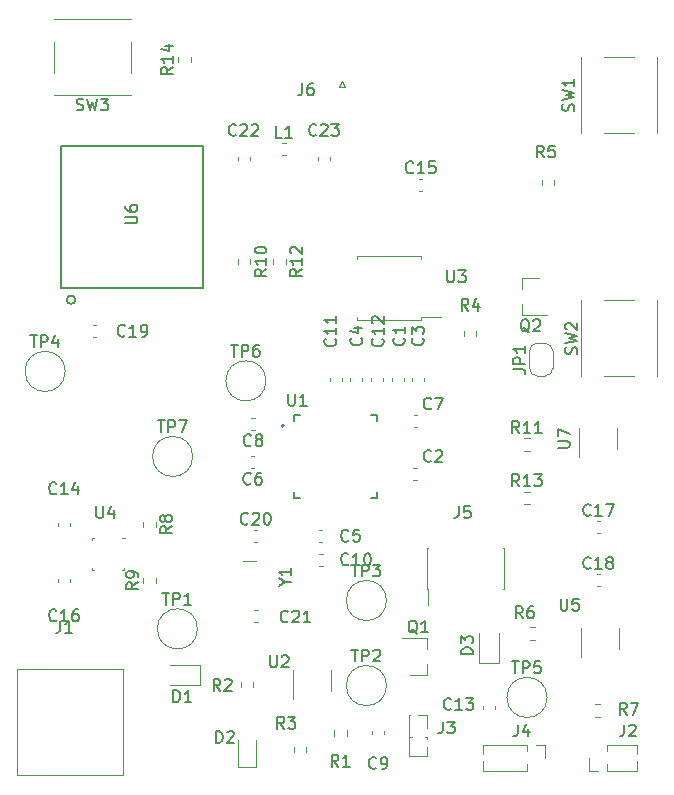
<source format=gto>
%TF.GenerationSoftware,KiCad,Pcbnew,5.1.10-88a1d61d58~90~ubuntu20.04.1*%
%TF.CreationDate,2022-02-10T11:47:54-08:00*%
%TF.ProjectId,RP2040_WEDS,52503230-3430-45f5-9745-44532e6b6963,rev?*%
%TF.SameCoordinates,Original*%
%TF.FileFunction,Legend,Top*%
%TF.FilePolarity,Positive*%
%FSLAX46Y46*%
G04 Gerber Fmt 4.6, Leading zero omitted, Abs format (unit mm)*
G04 Created by KiCad (PCBNEW 5.1.10-88a1d61d58~90~ubuntu20.04.1) date 2022-02-10 11:47:54*
%MOMM*%
%LPD*%
G01*
G04 APERTURE LIST*
%ADD10C,0.120000*%
%ADD11C,0.100000*%
%ADD12C,0.127000*%
%ADD13C,0.200000*%
%ADD14C,0.150000*%
G04 APERTURE END LIST*
D10*
%TO.C,TP1*%
X165300000Y-91600000D02*
G75*
G03*
X165300000Y-91600000I-1700000J0D01*
G01*
%TO.C,TP7*%
X164900000Y-77000000D02*
G75*
G03*
X164900000Y-77000000I-1700000J0D01*
G01*
%TO.C,TP6*%
X171100000Y-70600000D02*
G75*
G03*
X171100000Y-70600000I-1700000J0D01*
G01*
%TO.C,TP5*%
X194900000Y-97400000D02*
G75*
G03*
X194900000Y-97400000I-1700000J0D01*
G01*
%TO.C,TP4*%
X154100000Y-69800000D02*
G75*
G03*
X154100000Y-69800000I-1700000J0D01*
G01*
%TO.C,TP3*%
X181300000Y-89200000D02*
G75*
G03*
X181300000Y-89200000I-1700000J0D01*
G01*
%TO.C,R1*%
X177922500Y-100162742D02*
X177922500Y-100637258D01*
X176877500Y-100162742D02*
X176877500Y-100637258D01*
%TO.C,TP2*%
X181300000Y-96400000D02*
G75*
G03*
X181300000Y-96400000I-1700000J0D01*
G01*
%TO.C,C1*%
X182760000Y-70640580D02*
X182760000Y-70359420D01*
X181740000Y-70640580D02*
X181740000Y-70359420D01*
D11*
%TO.C,U4*%
X158950000Y-83900000D02*
X159200000Y-83900000D01*
X159100000Y-86600000D02*
X158950000Y-86600000D01*
X159100000Y-86450000D02*
X159100000Y-86600000D01*
X156400000Y-86600000D02*
X156400000Y-86450000D01*
X156400000Y-86600000D02*
X156550000Y-86600000D01*
X156400000Y-83900000D02*
X156550000Y-83900000D01*
X156390000Y-83900000D02*
X156390000Y-84050000D01*
D12*
%TO.C,U1*%
X173500000Y-73500000D02*
X173500000Y-73980000D01*
X173500000Y-80500000D02*
X173500000Y-80020000D01*
X180500000Y-73500000D02*
X180500000Y-73980000D01*
X180500000Y-80500000D02*
X180500000Y-80020000D01*
X173500000Y-73500000D02*
X173980000Y-73500000D01*
X173500000Y-80500000D02*
X173980000Y-80500000D01*
X180500000Y-73500000D02*
X180020000Y-73500000D01*
X180500000Y-80500000D02*
X180020000Y-80500000D01*
D13*
X172625000Y-74400000D02*
G75*
G03*
X172625000Y-74400000I-100000J0D01*
G01*
D10*
%TO.C,U3*%
X184225000Y-65215000D02*
X185900000Y-65215000D01*
X184225000Y-65475000D02*
X184225000Y-65215000D01*
X181500000Y-65475000D02*
X184225000Y-65475000D01*
X178775000Y-65475000D02*
X178775000Y-65215000D01*
X181500000Y-65475000D02*
X178775000Y-65475000D01*
X184225000Y-60025000D02*
X184225000Y-60285000D01*
X181500000Y-60025000D02*
X184225000Y-60025000D01*
X178775000Y-60025000D02*
X178775000Y-60285000D01*
X181500000Y-60025000D02*
X178775000Y-60025000D01*
%TO.C,C5*%
X175865580Y-83240000D02*
X175584420Y-83240000D01*
X175865580Y-84260000D02*
X175584420Y-84260000D01*
%TO.C,C8*%
X170140580Y-73740000D02*
X169859420Y-73740000D01*
X170140580Y-74760000D02*
X169859420Y-74760000D01*
%TO.C,C20*%
X170084420Y-84260000D02*
X170365580Y-84260000D01*
X170084420Y-83240000D02*
X170365580Y-83240000D01*
%TO.C,Y1*%
X170275000Y-85825000D02*
X169135000Y-85825000D01*
%TO.C,Q2*%
X192740000Y-61870000D02*
X194200000Y-61870000D01*
X192740000Y-65030000D02*
X194900000Y-65030000D01*
X192740000Y-65030000D02*
X192740000Y-64100000D01*
X192740000Y-61870000D02*
X192740000Y-62800000D01*
%TO.C,JP1*%
X193400000Y-69500000D02*
X193400000Y-68100000D01*
X194100000Y-67400000D02*
X194700000Y-67400000D01*
X195400000Y-68100000D02*
X195400000Y-69500000D01*
X194700000Y-70200000D02*
X194100000Y-70200000D01*
X194100000Y-70200000D02*
G75*
G02*
X193400000Y-69500000I0J700000D01*
G01*
X195400000Y-69500000D02*
G75*
G02*
X194700000Y-70200000I-700000J0D01*
G01*
X194700000Y-67400000D02*
G75*
G02*
X195400000Y-68100000I0J-700000D01*
G01*
X193400000Y-68100000D02*
G75*
G02*
X194100000Y-67400000I700000J0D01*
G01*
%TO.C,C9*%
X180090000Y-100259420D02*
X180090000Y-100540580D01*
X181110000Y-100259420D02*
X181110000Y-100540580D01*
%TO.C,J6*%
X177500000Y-45210000D02*
X177250000Y-45710000D01*
X177250000Y-45710000D02*
X177750000Y-45710000D01*
X177750000Y-45710000D02*
X177500000Y-45210000D01*
%TO.C,U7*%
X197640000Y-74600000D02*
X197640000Y-77050000D01*
X200860000Y-76400000D02*
X200860000Y-74600000D01*
D14*
%TO.C,U6*%
X154952353Y-63730000D02*
G75*
G03*
X154952353Y-63730000I-362353J0D01*
G01*
X165750000Y-62750000D02*
X153750000Y-62750000D01*
X165750000Y-50750000D02*
X165750000Y-62750000D01*
X153750000Y-50750000D02*
X165750000Y-50750000D01*
X153750000Y-62750000D02*
X153750000Y-50750000D01*
D10*
%TO.C,U5*%
X197740000Y-91500000D02*
X197740000Y-93950000D01*
X200960000Y-93300000D02*
X200960000Y-91500000D01*
%TO.C,U2*%
X173390000Y-95100000D02*
X173390000Y-97550000D01*
X176610000Y-96900000D02*
X176610000Y-95100000D01*
%TO.C,SW3*%
X159630000Y-39970000D02*
X153170000Y-39970000D01*
X159630000Y-44500000D02*
X159630000Y-41900000D01*
X159630000Y-46430000D02*
X153170000Y-46430000D01*
X153170000Y-44500000D02*
X153170000Y-41900000D01*
X159630000Y-46400000D02*
X159630000Y-46430000D01*
X159630000Y-39970000D02*
X159630000Y-40000000D01*
X153170000Y-39970000D02*
X153170000Y-40000000D01*
X153170000Y-46430000D02*
X153170000Y-46400000D01*
%TO.C,SW2*%
X197770000Y-63770000D02*
X197770000Y-70230000D01*
X202300000Y-63770000D02*
X199700000Y-63770000D01*
X204230000Y-63770000D02*
X204230000Y-70230000D01*
X202300000Y-70230000D02*
X199700000Y-70230000D01*
X204200000Y-63770000D02*
X204230000Y-63770000D01*
X197770000Y-63770000D02*
X197800000Y-63770000D01*
X197770000Y-70230000D02*
X197800000Y-70230000D01*
X204230000Y-70230000D02*
X204200000Y-70230000D01*
%TO.C,SW1*%
X197770000Y-43170000D02*
X197770000Y-49630000D01*
X202300000Y-43170000D02*
X199700000Y-43170000D01*
X204230000Y-43170000D02*
X204230000Y-49630000D01*
X202300000Y-49630000D02*
X199700000Y-49630000D01*
X204200000Y-43170000D02*
X204230000Y-43170000D01*
X197770000Y-43170000D02*
X197800000Y-43170000D01*
X197770000Y-49630000D02*
X197800000Y-49630000D01*
X204230000Y-49630000D02*
X204200000Y-49630000D01*
%TO.C,R14*%
X164722500Y-43637258D02*
X164722500Y-43162742D01*
X163677500Y-43637258D02*
X163677500Y-43162742D01*
%TO.C,R13*%
X192937742Y-81022500D02*
X193412258Y-81022500D01*
X192937742Y-79977500D02*
X193412258Y-79977500D01*
%TO.C,R12*%
X171727500Y-60262742D02*
X171727500Y-60737258D01*
X172772500Y-60262742D02*
X172772500Y-60737258D01*
%TO.C,R11*%
X192937742Y-76522500D02*
X193412258Y-76522500D01*
X192937742Y-75477500D02*
X193412258Y-75477500D01*
%TO.C,R10*%
X168727500Y-60262742D02*
X168727500Y-60737258D01*
X169772500Y-60262742D02*
X169772500Y-60737258D01*
%TO.C,R9*%
X161772500Y-87737258D02*
X161772500Y-87262742D01*
X160727500Y-87737258D02*
X160727500Y-87262742D01*
%TO.C,R8*%
X160727500Y-82512742D02*
X160727500Y-82987258D01*
X161772500Y-82512742D02*
X161772500Y-82987258D01*
%TO.C,R7*%
X199412258Y-97977500D02*
X198937742Y-97977500D01*
X199412258Y-99022500D02*
X198937742Y-99022500D01*
%TO.C,R6*%
X193437742Y-92522500D02*
X193912258Y-92522500D01*
X193437742Y-91477500D02*
X193912258Y-91477500D01*
%TO.C,R5*%
X195522500Y-54037258D02*
X195522500Y-53562742D01*
X194477500Y-54037258D02*
X194477500Y-53562742D01*
%TO.C,R4*%
X187877500Y-66362742D02*
X187877500Y-66837258D01*
X188922500Y-66362742D02*
X188922500Y-66837258D01*
%TO.C,R3*%
X174522500Y-102062258D02*
X174522500Y-101587742D01*
X173477500Y-102062258D02*
X173477500Y-101587742D01*
%TO.C,R2*%
X170022500Y-96562258D02*
X170022500Y-96087742D01*
X168977500Y-96562258D02*
X168977500Y-96087742D01*
%TO.C,Q1*%
X184760000Y-95530000D02*
X183300000Y-95530000D01*
X184760000Y-92370000D02*
X182600000Y-92370000D01*
X184760000Y-92370000D02*
X184760000Y-93300000D01*
X184760000Y-95530000D02*
X184760000Y-94600000D01*
%TO.C,L1*%
X172449721Y-51510000D02*
X172775279Y-51510000D01*
X172449721Y-50490000D02*
X172775279Y-50490000D01*
%TO.C,J5*%
X191170000Y-84735000D02*
X191235000Y-84735000D01*
X191170000Y-88265000D02*
X191235000Y-88265000D01*
X184765000Y-84735000D02*
X184830000Y-84735000D01*
X184765000Y-88265000D02*
X184830000Y-88265000D01*
X184830000Y-89590000D02*
X184830000Y-88265000D01*
X191235000Y-88265000D02*
X191235000Y-84735000D01*
X184765000Y-88265000D02*
X184765000Y-84735000D01*
%TO.C,J4*%
X194760000Y-101390000D02*
X194760000Y-102500000D01*
X194000000Y-101390000D02*
X194760000Y-101390000D01*
X193240000Y-103063471D02*
X193240000Y-103610000D01*
X193240000Y-101390000D02*
X193240000Y-101936529D01*
X193240000Y-103610000D02*
X189495000Y-103610000D01*
X193240000Y-101390000D02*
X189495000Y-101390000D01*
X189495000Y-102807530D02*
X189495000Y-103610000D01*
X189495000Y-101390000D02*
X189495000Y-102192470D01*
%TO.C,J3*%
X184760000Y-98870000D02*
X184760000Y-100000000D01*
X184000000Y-98870000D02*
X184760000Y-98870000D01*
X184695000Y-101577530D02*
X184695000Y-102400000D01*
X184695000Y-100760000D02*
X184695000Y-100962470D01*
X184563471Y-100760000D02*
X184695000Y-100760000D01*
X183293471Y-100760000D02*
X183436529Y-100760000D01*
X183240000Y-100563471D02*
X183240000Y-100706529D01*
X183240000Y-98870000D02*
X183240000Y-99436529D01*
X184695000Y-102400000D02*
X183305000Y-102400000D01*
X183240000Y-98870000D02*
X183305000Y-98870000D01*
X183240000Y-98870000D02*
X183240000Y-102400000D01*
%TO.C,J2*%
X198490000Y-103610000D02*
X198490000Y-102500000D01*
X199250000Y-103610000D02*
X198490000Y-103610000D01*
X200010000Y-101936529D02*
X200010000Y-101390000D01*
X200010000Y-103610000D02*
X200010000Y-103063471D01*
X200010000Y-101390000D02*
X202485000Y-101390000D01*
X200010000Y-103610000D02*
X202485000Y-103610000D01*
X202485000Y-102192470D02*
X202485000Y-101390000D01*
X202485000Y-103610000D02*
X202485000Y-102807530D01*
%TO.C,J1*%
X150000000Y-95000000D02*
X150000000Y-104000000D01*
X150000000Y-104000000D02*
X159000000Y-104000000D01*
X159000000Y-104000000D02*
X159000000Y-95000000D01*
X159000000Y-95000000D02*
X150000000Y-95000000D01*
%TO.C,D3*%
X189150000Y-94500000D02*
X189150000Y-91950000D01*
X190850000Y-94500000D02*
X190850000Y-91950000D01*
X189150000Y-94500000D02*
X190850000Y-94500000D01*
%TO.C,D2*%
X170235000Y-103272500D02*
X170235000Y-100987500D01*
X168765000Y-103272500D02*
X170235000Y-103272500D01*
X168765000Y-100987500D02*
X168765000Y-103272500D01*
%TO.C,D1*%
X165500000Y-96350000D02*
X162950000Y-96350000D01*
X165500000Y-94650000D02*
X162950000Y-94650000D01*
X165500000Y-96350000D02*
X165500000Y-94650000D01*
%TO.C,C23*%
X175490000Y-51609420D02*
X175490000Y-51890580D01*
X176510000Y-51609420D02*
X176510000Y-51890580D01*
%TO.C,C22*%
X168740000Y-51634420D02*
X168740000Y-51915580D01*
X169760000Y-51634420D02*
X169760000Y-51915580D01*
%TO.C,C21*%
X170109420Y-91010000D02*
X170390580Y-91010000D01*
X170109420Y-89990000D02*
X170390580Y-89990000D01*
%TO.C,C19*%
X156459420Y-66910000D02*
X156740580Y-66910000D01*
X156459420Y-65890000D02*
X156740580Y-65890000D01*
%TO.C,C18*%
X199084420Y-88010000D02*
X199365580Y-88010000D01*
X199084420Y-86990000D02*
X199365580Y-86990000D01*
%TO.C,C17*%
X199084420Y-83510000D02*
X199365580Y-83510000D01*
X199084420Y-82490000D02*
X199365580Y-82490000D01*
%TO.C,C16*%
X153490000Y-87359420D02*
X153490000Y-87640580D01*
X154510000Y-87359420D02*
X154510000Y-87640580D01*
%TO.C,C15*%
X184059420Y-54510000D02*
X184340580Y-54510000D01*
X184059420Y-53490000D02*
X184340580Y-53490000D01*
%TO.C,C14*%
X154510000Y-82890580D02*
X154510000Y-82609420D01*
X153490000Y-82890580D02*
X153490000Y-82609420D01*
%TO.C,C13*%
X189490000Y-98134420D02*
X189490000Y-98415580D01*
X190510000Y-98134420D02*
X190510000Y-98415580D01*
%TO.C,C12*%
X181010000Y-70640580D02*
X181010000Y-70359420D01*
X179990000Y-70640580D02*
X179990000Y-70359420D01*
%TO.C,C11*%
X177510000Y-70640580D02*
X177510000Y-70359420D01*
X176490000Y-70640580D02*
X176490000Y-70359420D01*
%TO.C,C10*%
X175890580Y-85240000D02*
X175609420Y-85240000D01*
X175890580Y-86260000D02*
X175609420Y-86260000D01*
%TO.C,C7*%
X183634420Y-74510000D02*
X183915580Y-74510000D01*
X183634420Y-73490000D02*
X183915580Y-73490000D01*
%TO.C,C6*%
X170115580Y-76990000D02*
X169834420Y-76990000D01*
X170115580Y-78010000D02*
X169834420Y-78010000D01*
%TO.C,C4*%
X179260000Y-70640580D02*
X179260000Y-70359420D01*
X178240000Y-70640580D02*
X178240000Y-70359420D01*
%TO.C,C3*%
X184510000Y-70640580D02*
X184510000Y-70359420D01*
X183490000Y-70640580D02*
X183490000Y-70359420D01*
%TO.C,C2*%
X183584420Y-79010000D02*
X183865580Y-79010000D01*
X183584420Y-77990000D02*
X183865580Y-77990000D01*
%TO.C,TP1*%
D14*
X162338095Y-88554380D02*
X162909523Y-88554380D01*
X162623809Y-89554380D02*
X162623809Y-88554380D01*
X163242857Y-89554380D02*
X163242857Y-88554380D01*
X163623809Y-88554380D01*
X163719047Y-88602000D01*
X163766666Y-88649619D01*
X163814285Y-88744857D01*
X163814285Y-88887714D01*
X163766666Y-88982952D01*
X163719047Y-89030571D01*
X163623809Y-89078190D01*
X163242857Y-89078190D01*
X164766666Y-89554380D02*
X164195238Y-89554380D01*
X164480952Y-89554380D02*
X164480952Y-88554380D01*
X164385714Y-88697238D01*
X164290476Y-88792476D01*
X164195238Y-88840095D01*
%TO.C,TP7*%
X161938095Y-73954380D02*
X162509523Y-73954380D01*
X162223809Y-74954380D02*
X162223809Y-73954380D01*
X162842857Y-74954380D02*
X162842857Y-73954380D01*
X163223809Y-73954380D01*
X163319047Y-74002000D01*
X163366666Y-74049619D01*
X163414285Y-74144857D01*
X163414285Y-74287714D01*
X163366666Y-74382952D01*
X163319047Y-74430571D01*
X163223809Y-74478190D01*
X162842857Y-74478190D01*
X163747619Y-73954380D02*
X164414285Y-73954380D01*
X163985714Y-74954380D01*
%TO.C,TP6*%
X168138095Y-67554380D02*
X168709523Y-67554380D01*
X168423809Y-68554380D02*
X168423809Y-67554380D01*
X169042857Y-68554380D02*
X169042857Y-67554380D01*
X169423809Y-67554380D01*
X169519047Y-67602000D01*
X169566666Y-67649619D01*
X169614285Y-67744857D01*
X169614285Y-67887714D01*
X169566666Y-67982952D01*
X169519047Y-68030571D01*
X169423809Y-68078190D01*
X169042857Y-68078190D01*
X170471428Y-67554380D02*
X170280952Y-67554380D01*
X170185714Y-67602000D01*
X170138095Y-67649619D01*
X170042857Y-67792476D01*
X169995238Y-67982952D01*
X169995238Y-68363904D01*
X170042857Y-68459142D01*
X170090476Y-68506761D01*
X170185714Y-68554380D01*
X170376190Y-68554380D01*
X170471428Y-68506761D01*
X170519047Y-68459142D01*
X170566666Y-68363904D01*
X170566666Y-68125809D01*
X170519047Y-68030571D01*
X170471428Y-67982952D01*
X170376190Y-67935333D01*
X170185714Y-67935333D01*
X170090476Y-67982952D01*
X170042857Y-68030571D01*
X169995238Y-68125809D01*
%TO.C,TP5*%
X191938095Y-94354380D02*
X192509523Y-94354380D01*
X192223809Y-95354380D02*
X192223809Y-94354380D01*
X192842857Y-95354380D02*
X192842857Y-94354380D01*
X193223809Y-94354380D01*
X193319047Y-94402000D01*
X193366666Y-94449619D01*
X193414285Y-94544857D01*
X193414285Y-94687714D01*
X193366666Y-94782952D01*
X193319047Y-94830571D01*
X193223809Y-94878190D01*
X192842857Y-94878190D01*
X194319047Y-94354380D02*
X193842857Y-94354380D01*
X193795238Y-94830571D01*
X193842857Y-94782952D01*
X193938095Y-94735333D01*
X194176190Y-94735333D01*
X194271428Y-94782952D01*
X194319047Y-94830571D01*
X194366666Y-94925809D01*
X194366666Y-95163904D01*
X194319047Y-95259142D01*
X194271428Y-95306761D01*
X194176190Y-95354380D01*
X193938095Y-95354380D01*
X193842857Y-95306761D01*
X193795238Y-95259142D01*
%TO.C,TP4*%
X151138095Y-66754380D02*
X151709523Y-66754380D01*
X151423809Y-67754380D02*
X151423809Y-66754380D01*
X152042857Y-67754380D02*
X152042857Y-66754380D01*
X152423809Y-66754380D01*
X152519047Y-66802000D01*
X152566666Y-66849619D01*
X152614285Y-66944857D01*
X152614285Y-67087714D01*
X152566666Y-67182952D01*
X152519047Y-67230571D01*
X152423809Y-67278190D01*
X152042857Y-67278190D01*
X153471428Y-67087714D02*
X153471428Y-67754380D01*
X153233333Y-66706761D02*
X152995238Y-67421047D01*
X153614285Y-67421047D01*
%TO.C,TP3*%
X178338095Y-86154380D02*
X178909523Y-86154380D01*
X178623809Y-87154380D02*
X178623809Y-86154380D01*
X179242857Y-87154380D02*
X179242857Y-86154380D01*
X179623809Y-86154380D01*
X179719047Y-86202000D01*
X179766666Y-86249619D01*
X179814285Y-86344857D01*
X179814285Y-86487714D01*
X179766666Y-86582952D01*
X179719047Y-86630571D01*
X179623809Y-86678190D01*
X179242857Y-86678190D01*
X180147619Y-86154380D02*
X180766666Y-86154380D01*
X180433333Y-86535333D01*
X180576190Y-86535333D01*
X180671428Y-86582952D01*
X180719047Y-86630571D01*
X180766666Y-86725809D01*
X180766666Y-86963904D01*
X180719047Y-87059142D01*
X180671428Y-87106761D01*
X180576190Y-87154380D01*
X180290476Y-87154380D01*
X180195238Y-87106761D01*
X180147619Y-87059142D01*
%TO.C,R1*%
X177233333Y-103252380D02*
X176900000Y-102776190D01*
X176661904Y-103252380D02*
X176661904Y-102252380D01*
X177042857Y-102252380D01*
X177138095Y-102300000D01*
X177185714Y-102347619D01*
X177233333Y-102442857D01*
X177233333Y-102585714D01*
X177185714Y-102680952D01*
X177138095Y-102728571D01*
X177042857Y-102776190D01*
X176661904Y-102776190D01*
X178185714Y-103252380D02*
X177614285Y-103252380D01*
X177900000Y-103252380D02*
X177900000Y-102252380D01*
X177804761Y-102395238D01*
X177709523Y-102490476D01*
X177614285Y-102538095D01*
%TO.C,TP2*%
X178338095Y-93354380D02*
X178909523Y-93354380D01*
X178623809Y-94354380D02*
X178623809Y-93354380D01*
X179242857Y-94354380D02*
X179242857Y-93354380D01*
X179623809Y-93354380D01*
X179719047Y-93402000D01*
X179766666Y-93449619D01*
X179814285Y-93544857D01*
X179814285Y-93687714D01*
X179766666Y-93782952D01*
X179719047Y-93830571D01*
X179623809Y-93878190D01*
X179242857Y-93878190D01*
X180195238Y-93449619D02*
X180242857Y-93402000D01*
X180338095Y-93354380D01*
X180576190Y-93354380D01*
X180671428Y-93402000D01*
X180719047Y-93449619D01*
X180766666Y-93544857D01*
X180766666Y-93640095D01*
X180719047Y-93782952D01*
X180147619Y-94354380D01*
X180766666Y-94354380D01*
%TO.C,C1*%
X182757142Y-66966666D02*
X182804761Y-67014285D01*
X182852380Y-67157142D01*
X182852380Y-67252380D01*
X182804761Y-67395238D01*
X182709523Y-67490476D01*
X182614285Y-67538095D01*
X182423809Y-67585714D01*
X182280952Y-67585714D01*
X182090476Y-67538095D01*
X181995238Y-67490476D01*
X181900000Y-67395238D01*
X181852380Y-67252380D01*
X181852380Y-67157142D01*
X181900000Y-67014285D01*
X181947619Y-66966666D01*
X182852380Y-66014285D02*
X182852380Y-66585714D01*
X182852380Y-66300000D02*
X181852380Y-66300000D01*
X181995238Y-66395238D01*
X182090476Y-66490476D01*
X182138095Y-66585714D01*
%TO.C,U4*%
X156738095Y-81202380D02*
X156738095Y-82011904D01*
X156785714Y-82107142D01*
X156833333Y-82154761D01*
X156928571Y-82202380D01*
X157119047Y-82202380D01*
X157214285Y-82154761D01*
X157261904Y-82107142D01*
X157309523Y-82011904D01*
X157309523Y-81202380D01*
X158214285Y-81535714D02*
X158214285Y-82202380D01*
X157976190Y-81154761D02*
X157738095Y-81869047D01*
X158357142Y-81869047D01*
%TO.C,U1*%
X172988095Y-71702380D02*
X172988095Y-72511904D01*
X173035714Y-72607142D01*
X173083333Y-72654761D01*
X173178571Y-72702380D01*
X173369047Y-72702380D01*
X173464285Y-72654761D01*
X173511904Y-72607142D01*
X173559523Y-72511904D01*
X173559523Y-71702380D01*
X174559523Y-72702380D02*
X173988095Y-72702380D01*
X174273809Y-72702380D02*
X174273809Y-71702380D01*
X174178571Y-71845238D01*
X174083333Y-71940476D01*
X173988095Y-71988095D01*
%TO.C,U3*%
X186438095Y-61252380D02*
X186438095Y-62061904D01*
X186485714Y-62157142D01*
X186533333Y-62204761D01*
X186628571Y-62252380D01*
X186819047Y-62252380D01*
X186914285Y-62204761D01*
X186961904Y-62157142D01*
X187009523Y-62061904D01*
X187009523Y-61252380D01*
X187390476Y-61252380D02*
X188009523Y-61252380D01*
X187676190Y-61633333D01*
X187819047Y-61633333D01*
X187914285Y-61680952D01*
X187961904Y-61728571D01*
X188009523Y-61823809D01*
X188009523Y-62061904D01*
X187961904Y-62157142D01*
X187914285Y-62204761D01*
X187819047Y-62252380D01*
X187533333Y-62252380D01*
X187438095Y-62204761D01*
X187390476Y-62157142D01*
%TO.C,C5*%
X178083333Y-84107142D02*
X178035714Y-84154761D01*
X177892857Y-84202380D01*
X177797619Y-84202380D01*
X177654761Y-84154761D01*
X177559523Y-84059523D01*
X177511904Y-83964285D01*
X177464285Y-83773809D01*
X177464285Y-83630952D01*
X177511904Y-83440476D01*
X177559523Y-83345238D01*
X177654761Y-83250000D01*
X177797619Y-83202380D01*
X177892857Y-83202380D01*
X178035714Y-83250000D01*
X178083333Y-83297619D01*
X178988095Y-83202380D02*
X178511904Y-83202380D01*
X178464285Y-83678571D01*
X178511904Y-83630952D01*
X178607142Y-83583333D01*
X178845238Y-83583333D01*
X178940476Y-83630952D01*
X178988095Y-83678571D01*
X179035714Y-83773809D01*
X179035714Y-84011904D01*
X178988095Y-84107142D01*
X178940476Y-84154761D01*
X178845238Y-84202380D01*
X178607142Y-84202380D01*
X178511904Y-84154761D01*
X178464285Y-84107142D01*
%TO.C,C8*%
X169833333Y-76037142D02*
X169785714Y-76084761D01*
X169642857Y-76132380D01*
X169547619Y-76132380D01*
X169404761Y-76084761D01*
X169309523Y-75989523D01*
X169261904Y-75894285D01*
X169214285Y-75703809D01*
X169214285Y-75560952D01*
X169261904Y-75370476D01*
X169309523Y-75275238D01*
X169404761Y-75180000D01*
X169547619Y-75132380D01*
X169642857Y-75132380D01*
X169785714Y-75180000D01*
X169833333Y-75227619D01*
X170404761Y-75560952D02*
X170309523Y-75513333D01*
X170261904Y-75465714D01*
X170214285Y-75370476D01*
X170214285Y-75322857D01*
X170261904Y-75227619D01*
X170309523Y-75180000D01*
X170404761Y-75132380D01*
X170595238Y-75132380D01*
X170690476Y-75180000D01*
X170738095Y-75227619D01*
X170785714Y-75322857D01*
X170785714Y-75370476D01*
X170738095Y-75465714D01*
X170690476Y-75513333D01*
X170595238Y-75560952D01*
X170404761Y-75560952D01*
X170309523Y-75608571D01*
X170261904Y-75656190D01*
X170214285Y-75751428D01*
X170214285Y-75941904D01*
X170261904Y-76037142D01*
X170309523Y-76084761D01*
X170404761Y-76132380D01*
X170595238Y-76132380D01*
X170690476Y-76084761D01*
X170738095Y-76037142D01*
X170785714Y-75941904D01*
X170785714Y-75751428D01*
X170738095Y-75656190D01*
X170690476Y-75608571D01*
X170595238Y-75560952D01*
%TO.C,C20*%
X169582142Y-82677142D02*
X169534523Y-82724761D01*
X169391666Y-82772380D01*
X169296428Y-82772380D01*
X169153571Y-82724761D01*
X169058333Y-82629523D01*
X169010714Y-82534285D01*
X168963095Y-82343809D01*
X168963095Y-82200952D01*
X169010714Y-82010476D01*
X169058333Y-81915238D01*
X169153571Y-81820000D01*
X169296428Y-81772380D01*
X169391666Y-81772380D01*
X169534523Y-81820000D01*
X169582142Y-81867619D01*
X169963095Y-81867619D02*
X170010714Y-81820000D01*
X170105952Y-81772380D01*
X170344047Y-81772380D01*
X170439285Y-81820000D01*
X170486904Y-81867619D01*
X170534523Y-81962857D01*
X170534523Y-82058095D01*
X170486904Y-82200952D01*
X169915476Y-82772380D01*
X170534523Y-82772380D01*
X171153571Y-81772380D02*
X171248809Y-81772380D01*
X171344047Y-81820000D01*
X171391666Y-81867619D01*
X171439285Y-81962857D01*
X171486904Y-82153333D01*
X171486904Y-82391428D01*
X171439285Y-82581904D01*
X171391666Y-82677142D01*
X171344047Y-82724761D01*
X171248809Y-82772380D01*
X171153571Y-82772380D01*
X171058333Y-82724761D01*
X171010714Y-82677142D01*
X170963095Y-82581904D01*
X170915476Y-82391428D01*
X170915476Y-82153333D01*
X170963095Y-81962857D01*
X171010714Y-81867619D01*
X171058333Y-81820000D01*
X171153571Y-81772380D01*
%TO.C,Y1*%
X172701190Y-87651190D02*
X173177380Y-87651190D01*
X172177380Y-87984523D02*
X172701190Y-87651190D01*
X172177380Y-87317857D01*
X173177380Y-86460714D02*
X173177380Y-87032142D01*
X173177380Y-86746428D02*
X172177380Y-86746428D01*
X172320238Y-86841666D01*
X172415476Y-86936904D01*
X172463095Y-87032142D01*
%TO.C,Q2*%
X193404761Y-66497619D02*
X193309523Y-66450000D01*
X193214285Y-66354761D01*
X193071428Y-66211904D01*
X192976190Y-66164285D01*
X192880952Y-66164285D01*
X192928571Y-66402380D02*
X192833333Y-66354761D01*
X192738095Y-66259523D01*
X192690476Y-66069047D01*
X192690476Y-65735714D01*
X192738095Y-65545238D01*
X192833333Y-65450000D01*
X192928571Y-65402380D01*
X193119047Y-65402380D01*
X193214285Y-65450000D01*
X193309523Y-65545238D01*
X193357142Y-65735714D01*
X193357142Y-66069047D01*
X193309523Y-66259523D01*
X193214285Y-66354761D01*
X193119047Y-66402380D01*
X192928571Y-66402380D01*
X193738095Y-65497619D02*
X193785714Y-65450000D01*
X193880952Y-65402380D01*
X194119047Y-65402380D01*
X194214285Y-65450000D01*
X194261904Y-65497619D01*
X194309523Y-65592857D01*
X194309523Y-65688095D01*
X194261904Y-65830952D01*
X193690476Y-66402380D01*
X194309523Y-66402380D01*
%TO.C,JP1*%
X192052380Y-69633333D02*
X192766666Y-69633333D01*
X192909523Y-69680952D01*
X193004761Y-69776190D01*
X193052380Y-69919047D01*
X193052380Y-70014285D01*
X193052380Y-69157142D02*
X192052380Y-69157142D01*
X192052380Y-68776190D01*
X192100000Y-68680952D01*
X192147619Y-68633333D01*
X192242857Y-68585714D01*
X192385714Y-68585714D01*
X192480952Y-68633333D01*
X192528571Y-68680952D01*
X192576190Y-68776190D01*
X192576190Y-69157142D01*
X193052380Y-67633333D02*
X193052380Y-68204761D01*
X193052380Y-67919047D02*
X192052380Y-67919047D01*
X192195238Y-68014285D01*
X192290476Y-68109523D01*
X192338095Y-68204761D01*
%TO.C,C9*%
X180433333Y-103357142D02*
X180385714Y-103404761D01*
X180242857Y-103452380D01*
X180147619Y-103452380D01*
X180004761Y-103404761D01*
X179909523Y-103309523D01*
X179861904Y-103214285D01*
X179814285Y-103023809D01*
X179814285Y-102880952D01*
X179861904Y-102690476D01*
X179909523Y-102595238D01*
X180004761Y-102500000D01*
X180147619Y-102452380D01*
X180242857Y-102452380D01*
X180385714Y-102500000D01*
X180433333Y-102547619D01*
X180909523Y-103452380D02*
X181100000Y-103452380D01*
X181195238Y-103404761D01*
X181242857Y-103357142D01*
X181338095Y-103214285D01*
X181385714Y-103023809D01*
X181385714Y-102642857D01*
X181338095Y-102547619D01*
X181290476Y-102500000D01*
X181195238Y-102452380D01*
X181004761Y-102452380D01*
X180909523Y-102500000D01*
X180861904Y-102547619D01*
X180814285Y-102642857D01*
X180814285Y-102880952D01*
X180861904Y-102976190D01*
X180909523Y-103023809D01*
X181004761Y-103071428D01*
X181195238Y-103071428D01*
X181290476Y-103023809D01*
X181338095Y-102976190D01*
X181385714Y-102880952D01*
%TO.C,J6*%
X174166666Y-45412380D02*
X174166666Y-46126666D01*
X174119047Y-46269523D01*
X174023809Y-46364761D01*
X173880952Y-46412380D01*
X173785714Y-46412380D01*
X175071428Y-45412380D02*
X174880952Y-45412380D01*
X174785714Y-45460000D01*
X174738095Y-45507619D01*
X174642857Y-45650476D01*
X174595238Y-45840952D01*
X174595238Y-46221904D01*
X174642857Y-46317142D01*
X174690476Y-46364761D01*
X174785714Y-46412380D01*
X174976190Y-46412380D01*
X175071428Y-46364761D01*
X175119047Y-46317142D01*
X175166666Y-46221904D01*
X175166666Y-45983809D01*
X175119047Y-45888571D01*
X175071428Y-45840952D01*
X174976190Y-45793333D01*
X174785714Y-45793333D01*
X174690476Y-45840952D01*
X174642857Y-45888571D01*
X174595238Y-45983809D01*
%TO.C,U7*%
X195802380Y-76261904D02*
X196611904Y-76261904D01*
X196707142Y-76214285D01*
X196754761Y-76166666D01*
X196802380Y-76071428D01*
X196802380Y-75880952D01*
X196754761Y-75785714D01*
X196707142Y-75738095D01*
X196611904Y-75690476D01*
X195802380Y-75690476D01*
X195802380Y-75309523D02*
X195802380Y-74642857D01*
X196802380Y-75071428D01*
%TO.C,U6*%
X159202380Y-57261904D02*
X160011904Y-57261904D01*
X160107142Y-57214285D01*
X160154761Y-57166666D01*
X160202380Y-57071428D01*
X160202380Y-56880952D01*
X160154761Y-56785714D01*
X160107142Y-56738095D01*
X160011904Y-56690476D01*
X159202380Y-56690476D01*
X159202380Y-55785714D02*
X159202380Y-55976190D01*
X159250000Y-56071428D01*
X159297619Y-56119047D01*
X159440476Y-56214285D01*
X159630952Y-56261904D01*
X160011904Y-56261904D01*
X160107142Y-56214285D01*
X160154761Y-56166666D01*
X160202380Y-56071428D01*
X160202380Y-55880952D01*
X160154761Y-55785714D01*
X160107142Y-55738095D01*
X160011904Y-55690476D01*
X159773809Y-55690476D01*
X159678571Y-55738095D01*
X159630952Y-55785714D01*
X159583333Y-55880952D01*
X159583333Y-56071428D01*
X159630952Y-56166666D01*
X159678571Y-56214285D01*
X159773809Y-56261904D01*
%TO.C,U5*%
X196038095Y-89052380D02*
X196038095Y-89861904D01*
X196085714Y-89957142D01*
X196133333Y-90004761D01*
X196228571Y-90052380D01*
X196419047Y-90052380D01*
X196514285Y-90004761D01*
X196561904Y-89957142D01*
X196609523Y-89861904D01*
X196609523Y-89052380D01*
X197561904Y-89052380D02*
X197085714Y-89052380D01*
X197038095Y-89528571D01*
X197085714Y-89480952D01*
X197180952Y-89433333D01*
X197419047Y-89433333D01*
X197514285Y-89480952D01*
X197561904Y-89528571D01*
X197609523Y-89623809D01*
X197609523Y-89861904D01*
X197561904Y-89957142D01*
X197514285Y-90004761D01*
X197419047Y-90052380D01*
X197180952Y-90052380D01*
X197085714Y-90004761D01*
X197038095Y-89957142D01*
%TO.C,U2*%
X171438095Y-93852380D02*
X171438095Y-94661904D01*
X171485714Y-94757142D01*
X171533333Y-94804761D01*
X171628571Y-94852380D01*
X171819047Y-94852380D01*
X171914285Y-94804761D01*
X171961904Y-94757142D01*
X172009523Y-94661904D01*
X172009523Y-93852380D01*
X172438095Y-93947619D02*
X172485714Y-93900000D01*
X172580952Y-93852380D01*
X172819047Y-93852380D01*
X172914285Y-93900000D01*
X172961904Y-93947619D01*
X173009523Y-94042857D01*
X173009523Y-94138095D01*
X172961904Y-94280952D01*
X172390476Y-94852380D01*
X173009523Y-94852380D01*
%TO.C,SW3*%
X155066666Y-47654761D02*
X155209523Y-47702380D01*
X155447619Y-47702380D01*
X155542857Y-47654761D01*
X155590476Y-47607142D01*
X155638095Y-47511904D01*
X155638095Y-47416666D01*
X155590476Y-47321428D01*
X155542857Y-47273809D01*
X155447619Y-47226190D01*
X155257142Y-47178571D01*
X155161904Y-47130952D01*
X155114285Y-47083333D01*
X155066666Y-46988095D01*
X155066666Y-46892857D01*
X155114285Y-46797619D01*
X155161904Y-46750000D01*
X155257142Y-46702380D01*
X155495238Y-46702380D01*
X155638095Y-46750000D01*
X155971428Y-46702380D02*
X156209523Y-47702380D01*
X156400000Y-46988095D01*
X156590476Y-47702380D01*
X156828571Y-46702380D01*
X157114285Y-46702380D02*
X157733333Y-46702380D01*
X157400000Y-47083333D01*
X157542857Y-47083333D01*
X157638095Y-47130952D01*
X157685714Y-47178571D01*
X157733333Y-47273809D01*
X157733333Y-47511904D01*
X157685714Y-47607142D01*
X157638095Y-47654761D01*
X157542857Y-47702380D01*
X157257142Y-47702380D01*
X157161904Y-47654761D01*
X157114285Y-47607142D01*
%TO.C,SW2*%
X197404761Y-68333333D02*
X197452380Y-68190476D01*
X197452380Y-67952380D01*
X197404761Y-67857142D01*
X197357142Y-67809523D01*
X197261904Y-67761904D01*
X197166666Y-67761904D01*
X197071428Y-67809523D01*
X197023809Y-67857142D01*
X196976190Y-67952380D01*
X196928571Y-68142857D01*
X196880952Y-68238095D01*
X196833333Y-68285714D01*
X196738095Y-68333333D01*
X196642857Y-68333333D01*
X196547619Y-68285714D01*
X196500000Y-68238095D01*
X196452380Y-68142857D01*
X196452380Y-67904761D01*
X196500000Y-67761904D01*
X196452380Y-67428571D02*
X197452380Y-67190476D01*
X196738095Y-67000000D01*
X197452380Y-66809523D01*
X196452380Y-66571428D01*
X196547619Y-66238095D02*
X196500000Y-66190476D01*
X196452380Y-66095238D01*
X196452380Y-65857142D01*
X196500000Y-65761904D01*
X196547619Y-65714285D01*
X196642857Y-65666666D01*
X196738095Y-65666666D01*
X196880952Y-65714285D01*
X197452380Y-66285714D01*
X197452380Y-65666666D01*
%TO.C,SW1*%
X197154761Y-47733333D02*
X197202380Y-47590476D01*
X197202380Y-47352380D01*
X197154761Y-47257142D01*
X197107142Y-47209523D01*
X197011904Y-47161904D01*
X196916666Y-47161904D01*
X196821428Y-47209523D01*
X196773809Y-47257142D01*
X196726190Y-47352380D01*
X196678571Y-47542857D01*
X196630952Y-47638095D01*
X196583333Y-47685714D01*
X196488095Y-47733333D01*
X196392857Y-47733333D01*
X196297619Y-47685714D01*
X196250000Y-47638095D01*
X196202380Y-47542857D01*
X196202380Y-47304761D01*
X196250000Y-47161904D01*
X196202380Y-46828571D02*
X197202380Y-46590476D01*
X196488095Y-46400000D01*
X197202380Y-46209523D01*
X196202380Y-45971428D01*
X197202380Y-45066666D02*
X197202380Y-45638095D01*
X197202380Y-45352380D02*
X196202380Y-45352380D01*
X196345238Y-45447619D01*
X196440476Y-45542857D01*
X196488095Y-45638095D01*
%TO.C,R14*%
X163222380Y-44042857D02*
X162746190Y-44376190D01*
X163222380Y-44614285D02*
X162222380Y-44614285D01*
X162222380Y-44233333D01*
X162270000Y-44138095D01*
X162317619Y-44090476D01*
X162412857Y-44042857D01*
X162555714Y-44042857D01*
X162650952Y-44090476D01*
X162698571Y-44138095D01*
X162746190Y-44233333D01*
X162746190Y-44614285D01*
X163222380Y-43090476D02*
X163222380Y-43661904D01*
X163222380Y-43376190D02*
X162222380Y-43376190D01*
X162365238Y-43471428D01*
X162460476Y-43566666D01*
X162508095Y-43661904D01*
X162555714Y-42233333D02*
X163222380Y-42233333D01*
X162174761Y-42471428D02*
X162889047Y-42709523D01*
X162889047Y-42090476D01*
%TO.C,R13*%
X192532142Y-79522380D02*
X192198809Y-79046190D01*
X191960714Y-79522380D02*
X191960714Y-78522380D01*
X192341666Y-78522380D01*
X192436904Y-78570000D01*
X192484523Y-78617619D01*
X192532142Y-78712857D01*
X192532142Y-78855714D01*
X192484523Y-78950952D01*
X192436904Y-78998571D01*
X192341666Y-79046190D01*
X191960714Y-79046190D01*
X193484523Y-79522380D02*
X192913095Y-79522380D01*
X193198809Y-79522380D02*
X193198809Y-78522380D01*
X193103571Y-78665238D01*
X193008333Y-78760476D01*
X192913095Y-78808095D01*
X193817857Y-78522380D02*
X194436904Y-78522380D01*
X194103571Y-78903333D01*
X194246428Y-78903333D01*
X194341666Y-78950952D01*
X194389285Y-78998571D01*
X194436904Y-79093809D01*
X194436904Y-79331904D01*
X194389285Y-79427142D01*
X194341666Y-79474761D01*
X194246428Y-79522380D01*
X193960714Y-79522380D01*
X193865476Y-79474761D01*
X193817857Y-79427142D01*
%TO.C,R12*%
X174132380Y-61142857D02*
X173656190Y-61476190D01*
X174132380Y-61714285D02*
X173132380Y-61714285D01*
X173132380Y-61333333D01*
X173180000Y-61238095D01*
X173227619Y-61190476D01*
X173322857Y-61142857D01*
X173465714Y-61142857D01*
X173560952Y-61190476D01*
X173608571Y-61238095D01*
X173656190Y-61333333D01*
X173656190Y-61714285D01*
X174132380Y-60190476D02*
X174132380Y-60761904D01*
X174132380Y-60476190D02*
X173132380Y-60476190D01*
X173275238Y-60571428D01*
X173370476Y-60666666D01*
X173418095Y-60761904D01*
X173227619Y-59809523D02*
X173180000Y-59761904D01*
X173132380Y-59666666D01*
X173132380Y-59428571D01*
X173180000Y-59333333D01*
X173227619Y-59285714D01*
X173322857Y-59238095D01*
X173418095Y-59238095D01*
X173560952Y-59285714D01*
X174132380Y-59857142D01*
X174132380Y-59238095D01*
%TO.C,R11*%
X192532142Y-75022380D02*
X192198809Y-74546190D01*
X191960714Y-75022380D02*
X191960714Y-74022380D01*
X192341666Y-74022380D01*
X192436904Y-74070000D01*
X192484523Y-74117619D01*
X192532142Y-74212857D01*
X192532142Y-74355714D01*
X192484523Y-74450952D01*
X192436904Y-74498571D01*
X192341666Y-74546190D01*
X191960714Y-74546190D01*
X193484523Y-75022380D02*
X192913095Y-75022380D01*
X193198809Y-75022380D02*
X193198809Y-74022380D01*
X193103571Y-74165238D01*
X193008333Y-74260476D01*
X192913095Y-74308095D01*
X194436904Y-75022380D02*
X193865476Y-75022380D01*
X194151190Y-75022380D02*
X194151190Y-74022380D01*
X194055952Y-74165238D01*
X193960714Y-74260476D01*
X193865476Y-74308095D01*
%TO.C,R10*%
X171132380Y-61142857D02*
X170656190Y-61476190D01*
X171132380Y-61714285D02*
X170132380Y-61714285D01*
X170132380Y-61333333D01*
X170180000Y-61238095D01*
X170227619Y-61190476D01*
X170322857Y-61142857D01*
X170465714Y-61142857D01*
X170560952Y-61190476D01*
X170608571Y-61238095D01*
X170656190Y-61333333D01*
X170656190Y-61714285D01*
X171132380Y-60190476D02*
X171132380Y-60761904D01*
X171132380Y-60476190D02*
X170132380Y-60476190D01*
X170275238Y-60571428D01*
X170370476Y-60666666D01*
X170418095Y-60761904D01*
X170132380Y-59571428D02*
X170132380Y-59476190D01*
X170180000Y-59380952D01*
X170227619Y-59333333D01*
X170322857Y-59285714D01*
X170513333Y-59238095D01*
X170751428Y-59238095D01*
X170941904Y-59285714D01*
X171037142Y-59333333D01*
X171084761Y-59380952D01*
X171132380Y-59476190D01*
X171132380Y-59571428D01*
X171084761Y-59666666D01*
X171037142Y-59714285D01*
X170941904Y-59761904D01*
X170751428Y-59809523D01*
X170513333Y-59809523D01*
X170322857Y-59761904D01*
X170227619Y-59714285D01*
X170180000Y-59666666D01*
X170132380Y-59571428D01*
%TO.C,R9*%
X160272380Y-87666666D02*
X159796190Y-88000000D01*
X160272380Y-88238095D02*
X159272380Y-88238095D01*
X159272380Y-87857142D01*
X159320000Y-87761904D01*
X159367619Y-87714285D01*
X159462857Y-87666666D01*
X159605714Y-87666666D01*
X159700952Y-87714285D01*
X159748571Y-87761904D01*
X159796190Y-87857142D01*
X159796190Y-88238095D01*
X160272380Y-87190476D02*
X160272380Y-87000000D01*
X160224761Y-86904761D01*
X160177142Y-86857142D01*
X160034285Y-86761904D01*
X159843809Y-86714285D01*
X159462857Y-86714285D01*
X159367619Y-86761904D01*
X159320000Y-86809523D01*
X159272380Y-86904761D01*
X159272380Y-87095238D01*
X159320000Y-87190476D01*
X159367619Y-87238095D01*
X159462857Y-87285714D01*
X159700952Y-87285714D01*
X159796190Y-87238095D01*
X159843809Y-87190476D01*
X159891428Y-87095238D01*
X159891428Y-86904761D01*
X159843809Y-86809523D01*
X159796190Y-86761904D01*
X159700952Y-86714285D01*
%TO.C,R8*%
X163132380Y-82916666D02*
X162656190Y-83250000D01*
X163132380Y-83488095D02*
X162132380Y-83488095D01*
X162132380Y-83107142D01*
X162180000Y-83011904D01*
X162227619Y-82964285D01*
X162322857Y-82916666D01*
X162465714Y-82916666D01*
X162560952Y-82964285D01*
X162608571Y-83011904D01*
X162656190Y-83107142D01*
X162656190Y-83488095D01*
X162560952Y-82345238D02*
X162513333Y-82440476D01*
X162465714Y-82488095D01*
X162370476Y-82535714D01*
X162322857Y-82535714D01*
X162227619Y-82488095D01*
X162180000Y-82440476D01*
X162132380Y-82345238D01*
X162132380Y-82154761D01*
X162180000Y-82059523D01*
X162227619Y-82011904D01*
X162322857Y-81964285D01*
X162370476Y-81964285D01*
X162465714Y-82011904D01*
X162513333Y-82059523D01*
X162560952Y-82154761D01*
X162560952Y-82345238D01*
X162608571Y-82440476D01*
X162656190Y-82488095D01*
X162751428Y-82535714D01*
X162941904Y-82535714D01*
X163037142Y-82488095D01*
X163084761Y-82440476D01*
X163132380Y-82345238D01*
X163132380Y-82154761D01*
X163084761Y-82059523D01*
X163037142Y-82011904D01*
X162941904Y-81964285D01*
X162751428Y-81964285D01*
X162656190Y-82011904D01*
X162608571Y-82059523D01*
X162560952Y-82154761D01*
%TO.C,R7*%
X201633333Y-98852380D02*
X201300000Y-98376190D01*
X201061904Y-98852380D02*
X201061904Y-97852380D01*
X201442857Y-97852380D01*
X201538095Y-97900000D01*
X201585714Y-97947619D01*
X201633333Y-98042857D01*
X201633333Y-98185714D01*
X201585714Y-98280952D01*
X201538095Y-98328571D01*
X201442857Y-98376190D01*
X201061904Y-98376190D01*
X201966666Y-97852380D02*
X202633333Y-97852380D01*
X202204761Y-98852380D01*
%TO.C,R6*%
X192833333Y-90702380D02*
X192500000Y-90226190D01*
X192261904Y-90702380D02*
X192261904Y-89702380D01*
X192642857Y-89702380D01*
X192738095Y-89750000D01*
X192785714Y-89797619D01*
X192833333Y-89892857D01*
X192833333Y-90035714D01*
X192785714Y-90130952D01*
X192738095Y-90178571D01*
X192642857Y-90226190D01*
X192261904Y-90226190D01*
X193690476Y-89702380D02*
X193500000Y-89702380D01*
X193404761Y-89750000D01*
X193357142Y-89797619D01*
X193261904Y-89940476D01*
X193214285Y-90130952D01*
X193214285Y-90511904D01*
X193261904Y-90607142D01*
X193309523Y-90654761D01*
X193404761Y-90702380D01*
X193595238Y-90702380D01*
X193690476Y-90654761D01*
X193738095Y-90607142D01*
X193785714Y-90511904D01*
X193785714Y-90273809D01*
X193738095Y-90178571D01*
X193690476Y-90130952D01*
X193595238Y-90083333D01*
X193404761Y-90083333D01*
X193309523Y-90130952D01*
X193261904Y-90178571D01*
X193214285Y-90273809D01*
%TO.C,R5*%
X194633333Y-51677380D02*
X194300000Y-51201190D01*
X194061904Y-51677380D02*
X194061904Y-50677380D01*
X194442857Y-50677380D01*
X194538095Y-50725000D01*
X194585714Y-50772619D01*
X194633333Y-50867857D01*
X194633333Y-51010714D01*
X194585714Y-51105952D01*
X194538095Y-51153571D01*
X194442857Y-51201190D01*
X194061904Y-51201190D01*
X195538095Y-50677380D02*
X195061904Y-50677380D01*
X195014285Y-51153571D01*
X195061904Y-51105952D01*
X195157142Y-51058333D01*
X195395238Y-51058333D01*
X195490476Y-51105952D01*
X195538095Y-51153571D01*
X195585714Y-51248809D01*
X195585714Y-51486904D01*
X195538095Y-51582142D01*
X195490476Y-51629761D01*
X195395238Y-51677380D01*
X195157142Y-51677380D01*
X195061904Y-51629761D01*
X195014285Y-51582142D01*
%TO.C,R4*%
X188233333Y-64652380D02*
X187900000Y-64176190D01*
X187661904Y-64652380D02*
X187661904Y-63652380D01*
X188042857Y-63652380D01*
X188138095Y-63700000D01*
X188185714Y-63747619D01*
X188233333Y-63842857D01*
X188233333Y-63985714D01*
X188185714Y-64080952D01*
X188138095Y-64128571D01*
X188042857Y-64176190D01*
X187661904Y-64176190D01*
X189090476Y-63985714D02*
X189090476Y-64652380D01*
X188852380Y-63604761D02*
X188614285Y-64319047D01*
X189233333Y-64319047D01*
%TO.C,R3*%
X172633333Y-100052380D02*
X172300000Y-99576190D01*
X172061904Y-100052380D02*
X172061904Y-99052380D01*
X172442857Y-99052380D01*
X172538095Y-99100000D01*
X172585714Y-99147619D01*
X172633333Y-99242857D01*
X172633333Y-99385714D01*
X172585714Y-99480952D01*
X172538095Y-99528571D01*
X172442857Y-99576190D01*
X172061904Y-99576190D01*
X172966666Y-99052380D02*
X173585714Y-99052380D01*
X173252380Y-99433333D01*
X173395238Y-99433333D01*
X173490476Y-99480952D01*
X173538095Y-99528571D01*
X173585714Y-99623809D01*
X173585714Y-99861904D01*
X173538095Y-99957142D01*
X173490476Y-100004761D01*
X173395238Y-100052380D01*
X173109523Y-100052380D01*
X173014285Y-100004761D01*
X172966666Y-99957142D01*
%TO.C,R2*%
X167233333Y-96852380D02*
X166900000Y-96376190D01*
X166661904Y-96852380D02*
X166661904Y-95852380D01*
X167042857Y-95852380D01*
X167138095Y-95900000D01*
X167185714Y-95947619D01*
X167233333Y-96042857D01*
X167233333Y-96185714D01*
X167185714Y-96280952D01*
X167138095Y-96328571D01*
X167042857Y-96376190D01*
X166661904Y-96376190D01*
X167614285Y-95947619D02*
X167661904Y-95900000D01*
X167757142Y-95852380D01*
X167995238Y-95852380D01*
X168090476Y-95900000D01*
X168138095Y-95947619D01*
X168185714Y-96042857D01*
X168185714Y-96138095D01*
X168138095Y-96280952D01*
X167566666Y-96852380D01*
X168185714Y-96852380D01*
%TO.C,Q1*%
X183904761Y-91997619D02*
X183809523Y-91950000D01*
X183714285Y-91854761D01*
X183571428Y-91711904D01*
X183476190Y-91664285D01*
X183380952Y-91664285D01*
X183428571Y-91902380D02*
X183333333Y-91854761D01*
X183238095Y-91759523D01*
X183190476Y-91569047D01*
X183190476Y-91235714D01*
X183238095Y-91045238D01*
X183333333Y-90950000D01*
X183428571Y-90902380D01*
X183619047Y-90902380D01*
X183714285Y-90950000D01*
X183809523Y-91045238D01*
X183857142Y-91235714D01*
X183857142Y-91569047D01*
X183809523Y-91759523D01*
X183714285Y-91854761D01*
X183619047Y-91902380D01*
X183428571Y-91902380D01*
X184809523Y-91902380D02*
X184238095Y-91902380D01*
X184523809Y-91902380D02*
X184523809Y-90902380D01*
X184428571Y-91045238D01*
X184333333Y-91140476D01*
X184238095Y-91188095D01*
%TO.C,L1*%
X172445833Y-50022380D02*
X171969642Y-50022380D01*
X171969642Y-49022380D01*
X173302976Y-50022380D02*
X172731547Y-50022380D01*
X173017261Y-50022380D02*
X173017261Y-49022380D01*
X172922023Y-49165238D01*
X172826785Y-49260476D01*
X172731547Y-49308095D01*
%TO.C,J5*%
X187416666Y-81202380D02*
X187416666Y-81916666D01*
X187369047Y-82059523D01*
X187273809Y-82154761D01*
X187130952Y-82202380D01*
X187035714Y-82202380D01*
X188369047Y-81202380D02*
X187892857Y-81202380D01*
X187845238Y-81678571D01*
X187892857Y-81630952D01*
X187988095Y-81583333D01*
X188226190Y-81583333D01*
X188321428Y-81630952D01*
X188369047Y-81678571D01*
X188416666Y-81773809D01*
X188416666Y-82011904D01*
X188369047Y-82107142D01*
X188321428Y-82154761D01*
X188226190Y-82202380D01*
X187988095Y-82202380D01*
X187892857Y-82154761D01*
X187845238Y-82107142D01*
%TO.C,J4*%
X192416666Y-99702380D02*
X192416666Y-100416666D01*
X192369047Y-100559523D01*
X192273809Y-100654761D01*
X192130952Y-100702380D01*
X192035714Y-100702380D01*
X193321428Y-100035714D02*
X193321428Y-100702380D01*
X193083333Y-99654761D02*
X192845238Y-100369047D01*
X193464285Y-100369047D01*
%TO.C,J3*%
X186066666Y-99452380D02*
X186066666Y-100166666D01*
X186019047Y-100309523D01*
X185923809Y-100404761D01*
X185780952Y-100452380D01*
X185685714Y-100452380D01*
X186447619Y-99452380D02*
X187066666Y-99452380D01*
X186733333Y-99833333D01*
X186876190Y-99833333D01*
X186971428Y-99880952D01*
X187019047Y-99928571D01*
X187066666Y-100023809D01*
X187066666Y-100261904D01*
X187019047Y-100357142D01*
X186971428Y-100404761D01*
X186876190Y-100452380D01*
X186590476Y-100452380D01*
X186495238Y-100404761D01*
X186447619Y-100357142D01*
%TO.C,J2*%
X201416666Y-99702380D02*
X201416666Y-100416666D01*
X201369047Y-100559523D01*
X201273809Y-100654761D01*
X201130952Y-100702380D01*
X201035714Y-100702380D01*
X201845238Y-99797619D02*
X201892857Y-99750000D01*
X201988095Y-99702380D01*
X202226190Y-99702380D01*
X202321428Y-99750000D01*
X202369047Y-99797619D01*
X202416666Y-99892857D01*
X202416666Y-99988095D01*
X202369047Y-100130952D01*
X201797619Y-100702380D01*
X202416666Y-100702380D01*
%TO.C,J1*%
X153666666Y-90912380D02*
X153666666Y-91626666D01*
X153619047Y-91769523D01*
X153523809Y-91864761D01*
X153380952Y-91912380D01*
X153285714Y-91912380D01*
X154666666Y-91912380D02*
X154095238Y-91912380D01*
X154380952Y-91912380D02*
X154380952Y-90912380D01*
X154285714Y-91055238D01*
X154190476Y-91150476D01*
X154095238Y-91198095D01*
%TO.C,D3*%
X188602380Y-93738095D02*
X187602380Y-93738095D01*
X187602380Y-93500000D01*
X187650000Y-93357142D01*
X187745238Y-93261904D01*
X187840476Y-93214285D01*
X188030952Y-93166666D01*
X188173809Y-93166666D01*
X188364285Y-93214285D01*
X188459523Y-93261904D01*
X188554761Y-93357142D01*
X188602380Y-93500000D01*
X188602380Y-93738095D01*
X187602380Y-92833333D02*
X187602380Y-92214285D01*
X187983333Y-92547619D01*
X187983333Y-92404761D01*
X188030952Y-92309523D01*
X188078571Y-92261904D01*
X188173809Y-92214285D01*
X188411904Y-92214285D01*
X188507142Y-92261904D01*
X188554761Y-92309523D01*
X188602380Y-92404761D01*
X188602380Y-92690476D01*
X188554761Y-92785714D01*
X188507142Y-92833333D01*
%TO.C,D2*%
X166861904Y-101252380D02*
X166861904Y-100252380D01*
X167100000Y-100252380D01*
X167242857Y-100300000D01*
X167338095Y-100395238D01*
X167385714Y-100490476D01*
X167433333Y-100680952D01*
X167433333Y-100823809D01*
X167385714Y-101014285D01*
X167338095Y-101109523D01*
X167242857Y-101204761D01*
X167100000Y-101252380D01*
X166861904Y-101252380D01*
X167814285Y-100347619D02*
X167861904Y-100300000D01*
X167957142Y-100252380D01*
X168195238Y-100252380D01*
X168290476Y-100300000D01*
X168338095Y-100347619D01*
X168385714Y-100442857D01*
X168385714Y-100538095D01*
X168338095Y-100680952D01*
X167766666Y-101252380D01*
X168385714Y-101252380D01*
%TO.C,D1*%
X163261904Y-97802380D02*
X163261904Y-96802380D01*
X163500000Y-96802380D01*
X163642857Y-96850000D01*
X163738095Y-96945238D01*
X163785714Y-97040476D01*
X163833333Y-97230952D01*
X163833333Y-97373809D01*
X163785714Y-97564285D01*
X163738095Y-97659523D01*
X163642857Y-97754761D01*
X163500000Y-97802380D01*
X163261904Y-97802380D01*
X164785714Y-97802380D02*
X164214285Y-97802380D01*
X164500000Y-97802380D02*
X164500000Y-96802380D01*
X164404761Y-96945238D01*
X164309523Y-97040476D01*
X164214285Y-97088095D01*
%TO.C,C23*%
X175357142Y-49757142D02*
X175309523Y-49804761D01*
X175166666Y-49852380D01*
X175071428Y-49852380D01*
X174928571Y-49804761D01*
X174833333Y-49709523D01*
X174785714Y-49614285D01*
X174738095Y-49423809D01*
X174738095Y-49280952D01*
X174785714Y-49090476D01*
X174833333Y-48995238D01*
X174928571Y-48900000D01*
X175071428Y-48852380D01*
X175166666Y-48852380D01*
X175309523Y-48900000D01*
X175357142Y-48947619D01*
X175738095Y-48947619D02*
X175785714Y-48900000D01*
X175880952Y-48852380D01*
X176119047Y-48852380D01*
X176214285Y-48900000D01*
X176261904Y-48947619D01*
X176309523Y-49042857D01*
X176309523Y-49138095D01*
X176261904Y-49280952D01*
X175690476Y-49852380D01*
X176309523Y-49852380D01*
X176642857Y-48852380D02*
X177261904Y-48852380D01*
X176928571Y-49233333D01*
X177071428Y-49233333D01*
X177166666Y-49280952D01*
X177214285Y-49328571D01*
X177261904Y-49423809D01*
X177261904Y-49661904D01*
X177214285Y-49757142D01*
X177166666Y-49804761D01*
X177071428Y-49852380D01*
X176785714Y-49852380D01*
X176690476Y-49804761D01*
X176642857Y-49757142D01*
%TO.C,C22*%
X168557142Y-49757142D02*
X168509523Y-49804761D01*
X168366666Y-49852380D01*
X168271428Y-49852380D01*
X168128571Y-49804761D01*
X168033333Y-49709523D01*
X167985714Y-49614285D01*
X167938095Y-49423809D01*
X167938095Y-49280952D01*
X167985714Y-49090476D01*
X168033333Y-48995238D01*
X168128571Y-48900000D01*
X168271428Y-48852380D01*
X168366666Y-48852380D01*
X168509523Y-48900000D01*
X168557142Y-48947619D01*
X168938095Y-48947619D02*
X168985714Y-48900000D01*
X169080952Y-48852380D01*
X169319047Y-48852380D01*
X169414285Y-48900000D01*
X169461904Y-48947619D01*
X169509523Y-49042857D01*
X169509523Y-49138095D01*
X169461904Y-49280952D01*
X168890476Y-49852380D01*
X169509523Y-49852380D01*
X169890476Y-48947619D02*
X169938095Y-48900000D01*
X170033333Y-48852380D01*
X170271428Y-48852380D01*
X170366666Y-48900000D01*
X170414285Y-48947619D01*
X170461904Y-49042857D01*
X170461904Y-49138095D01*
X170414285Y-49280952D01*
X169842857Y-49852380D01*
X170461904Y-49852380D01*
%TO.C,C21*%
X172957142Y-90957142D02*
X172909523Y-91004761D01*
X172766666Y-91052380D01*
X172671428Y-91052380D01*
X172528571Y-91004761D01*
X172433333Y-90909523D01*
X172385714Y-90814285D01*
X172338095Y-90623809D01*
X172338095Y-90480952D01*
X172385714Y-90290476D01*
X172433333Y-90195238D01*
X172528571Y-90100000D01*
X172671428Y-90052380D01*
X172766666Y-90052380D01*
X172909523Y-90100000D01*
X172957142Y-90147619D01*
X173338095Y-90147619D02*
X173385714Y-90100000D01*
X173480952Y-90052380D01*
X173719047Y-90052380D01*
X173814285Y-90100000D01*
X173861904Y-90147619D01*
X173909523Y-90242857D01*
X173909523Y-90338095D01*
X173861904Y-90480952D01*
X173290476Y-91052380D01*
X173909523Y-91052380D01*
X174861904Y-91052380D02*
X174290476Y-91052380D01*
X174576190Y-91052380D02*
X174576190Y-90052380D01*
X174480952Y-90195238D01*
X174385714Y-90290476D01*
X174290476Y-90338095D01*
%TO.C,C19*%
X159157142Y-66757142D02*
X159109523Y-66804761D01*
X158966666Y-66852380D01*
X158871428Y-66852380D01*
X158728571Y-66804761D01*
X158633333Y-66709523D01*
X158585714Y-66614285D01*
X158538095Y-66423809D01*
X158538095Y-66280952D01*
X158585714Y-66090476D01*
X158633333Y-65995238D01*
X158728571Y-65900000D01*
X158871428Y-65852380D01*
X158966666Y-65852380D01*
X159109523Y-65900000D01*
X159157142Y-65947619D01*
X160109523Y-66852380D02*
X159538095Y-66852380D01*
X159823809Y-66852380D02*
X159823809Y-65852380D01*
X159728571Y-65995238D01*
X159633333Y-66090476D01*
X159538095Y-66138095D01*
X160585714Y-66852380D02*
X160776190Y-66852380D01*
X160871428Y-66804761D01*
X160919047Y-66757142D01*
X161014285Y-66614285D01*
X161061904Y-66423809D01*
X161061904Y-66042857D01*
X161014285Y-65947619D01*
X160966666Y-65900000D01*
X160871428Y-65852380D01*
X160680952Y-65852380D01*
X160585714Y-65900000D01*
X160538095Y-65947619D01*
X160490476Y-66042857D01*
X160490476Y-66280952D01*
X160538095Y-66376190D01*
X160585714Y-66423809D01*
X160680952Y-66471428D01*
X160871428Y-66471428D01*
X160966666Y-66423809D01*
X161014285Y-66376190D01*
X161061904Y-66280952D01*
%TO.C,C18*%
X198582142Y-86427142D02*
X198534523Y-86474761D01*
X198391666Y-86522380D01*
X198296428Y-86522380D01*
X198153571Y-86474761D01*
X198058333Y-86379523D01*
X198010714Y-86284285D01*
X197963095Y-86093809D01*
X197963095Y-85950952D01*
X198010714Y-85760476D01*
X198058333Y-85665238D01*
X198153571Y-85570000D01*
X198296428Y-85522380D01*
X198391666Y-85522380D01*
X198534523Y-85570000D01*
X198582142Y-85617619D01*
X199534523Y-86522380D02*
X198963095Y-86522380D01*
X199248809Y-86522380D02*
X199248809Y-85522380D01*
X199153571Y-85665238D01*
X199058333Y-85760476D01*
X198963095Y-85808095D01*
X200105952Y-85950952D02*
X200010714Y-85903333D01*
X199963095Y-85855714D01*
X199915476Y-85760476D01*
X199915476Y-85712857D01*
X199963095Y-85617619D01*
X200010714Y-85570000D01*
X200105952Y-85522380D01*
X200296428Y-85522380D01*
X200391666Y-85570000D01*
X200439285Y-85617619D01*
X200486904Y-85712857D01*
X200486904Y-85760476D01*
X200439285Y-85855714D01*
X200391666Y-85903333D01*
X200296428Y-85950952D01*
X200105952Y-85950952D01*
X200010714Y-85998571D01*
X199963095Y-86046190D01*
X199915476Y-86141428D01*
X199915476Y-86331904D01*
X199963095Y-86427142D01*
X200010714Y-86474761D01*
X200105952Y-86522380D01*
X200296428Y-86522380D01*
X200391666Y-86474761D01*
X200439285Y-86427142D01*
X200486904Y-86331904D01*
X200486904Y-86141428D01*
X200439285Y-86046190D01*
X200391666Y-85998571D01*
X200296428Y-85950952D01*
%TO.C,C17*%
X198582142Y-81927142D02*
X198534523Y-81974761D01*
X198391666Y-82022380D01*
X198296428Y-82022380D01*
X198153571Y-81974761D01*
X198058333Y-81879523D01*
X198010714Y-81784285D01*
X197963095Y-81593809D01*
X197963095Y-81450952D01*
X198010714Y-81260476D01*
X198058333Y-81165238D01*
X198153571Y-81070000D01*
X198296428Y-81022380D01*
X198391666Y-81022380D01*
X198534523Y-81070000D01*
X198582142Y-81117619D01*
X199534523Y-82022380D02*
X198963095Y-82022380D01*
X199248809Y-82022380D02*
X199248809Y-81022380D01*
X199153571Y-81165238D01*
X199058333Y-81260476D01*
X198963095Y-81308095D01*
X199867857Y-81022380D02*
X200534523Y-81022380D01*
X200105952Y-82022380D01*
%TO.C,C16*%
X153357142Y-90857142D02*
X153309523Y-90904761D01*
X153166666Y-90952380D01*
X153071428Y-90952380D01*
X152928571Y-90904761D01*
X152833333Y-90809523D01*
X152785714Y-90714285D01*
X152738095Y-90523809D01*
X152738095Y-90380952D01*
X152785714Y-90190476D01*
X152833333Y-90095238D01*
X152928571Y-90000000D01*
X153071428Y-89952380D01*
X153166666Y-89952380D01*
X153309523Y-90000000D01*
X153357142Y-90047619D01*
X154309523Y-90952380D02*
X153738095Y-90952380D01*
X154023809Y-90952380D02*
X154023809Y-89952380D01*
X153928571Y-90095238D01*
X153833333Y-90190476D01*
X153738095Y-90238095D01*
X155166666Y-89952380D02*
X154976190Y-89952380D01*
X154880952Y-90000000D01*
X154833333Y-90047619D01*
X154738095Y-90190476D01*
X154690476Y-90380952D01*
X154690476Y-90761904D01*
X154738095Y-90857142D01*
X154785714Y-90904761D01*
X154880952Y-90952380D01*
X155071428Y-90952380D01*
X155166666Y-90904761D01*
X155214285Y-90857142D01*
X155261904Y-90761904D01*
X155261904Y-90523809D01*
X155214285Y-90428571D01*
X155166666Y-90380952D01*
X155071428Y-90333333D01*
X154880952Y-90333333D01*
X154785714Y-90380952D01*
X154738095Y-90428571D01*
X154690476Y-90523809D01*
%TO.C,C15*%
X183557142Y-52927142D02*
X183509523Y-52974761D01*
X183366666Y-53022380D01*
X183271428Y-53022380D01*
X183128571Y-52974761D01*
X183033333Y-52879523D01*
X182985714Y-52784285D01*
X182938095Y-52593809D01*
X182938095Y-52450952D01*
X182985714Y-52260476D01*
X183033333Y-52165238D01*
X183128571Y-52070000D01*
X183271428Y-52022380D01*
X183366666Y-52022380D01*
X183509523Y-52070000D01*
X183557142Y-52117619D01*
X184509523Y-53022380D02*
X183938095Y-53022380D01*
X184223809Y-53022380D02*
X184223809Y-52022380D01*
X184128571Y-52165238D01*
X184033333Y-52260476D01*
X183938095Y-52308095D01*
X185414285Y-52022380D02*
X184938095Y-52022380D01*
X184890476Y-52498571D01*
X184938095Y-52450952D01*
X185033333Y-52403333D01*
X185271428Y-52403333D01*
X185366666Y-52450952D01*
X185414285Y-52498571D01*
X185461904Y-52593809D01*
X185461904Y-52831904D01*
X185414285Y-52927142D01*
X185366666Y-52974761D01*
X185271428Y-53022380D01*
X185033333Y-53022380D01*
X184938095Y-52974761D01*
X184890476Y-52927142D01*
%TO.C,C14*%
X153357142Y-80107142D02*
X153309523Y-80154761D01*
X153166666Y-80202380D01*
X153071428Y-80202380D01*
X152928571Y-80154761D01*
X152833333Y-80059523D01*
X152785714Y-79964285D01*
X152738095Y-79773809D01*
X152738095Y-79630952D01*
X152785714Y-79440476D01*
X152833333Y-79345238D01*
X152928571Y-79250000D01*
X153071428Y-79202380D01*
X153166666Y-79202380D01*
X153309523Y-79250000D01*
X153357142Y-79297619D01*
X154309523Y-80202380D02*
X153738095Y-80202380D01*
X154023809Y-80202380D02*
X154023809Y-79202380D01*
X153928571Y-79345238D01*
X153833333Y-79440476D01*
X153738095Y-79488095D01*
X155166666Y-79535714D02*
X155166666Y-80202380D01*
X154928571Y-79154761D02*
X154690476Y-79869047D01*
X155309523Y-79869047D01*
%TO.C,C13*%
X186757142Y-98357142D02*
X186709523Y-98404761D01*
X186566666Y-98452380D01*
X186471428Y-98452380D01*
X186328571Y-98404761D01*
X186233333Y-98309523D01*
X186185714Y-98214285D01*
X186138095Y-98023809D01*
X186138095Y-97880952D01*
X186185714Y-97690476D01*
X186233333Y-97595238D01*
X186328571Y-97500000D01*
X186471428Y-97452380D01*
X186566666Y-97452380D01*
X186709523Y-97500000D01*
X186757142Y-97547619D01*
X187709523Y-98452380D02*
X187138095Y-98452380D01*
X187423809Y-98452380D02*
X187423809Y-97452380D01*
X187328571Y-97595238D01*
X187233333Y-97690476D01*
X187138095Y-97738095D01*
X188042857Y-97452380D02*
X188661904Y-97452380D01*
X188328571Y-97833333D01*
X188471428Y-97833333D01*
X188566666Y-97880952D01*
X188614285Y-97928571D01*
X188661904Y-98023809D01*
X188661904Y-98261904D01*
X188614285Y-98357142D01*
X188566666Y-98404761D01*
X188471428Y-98452380D01*
X188185714Y-98452380D01*
X188090476Y-98404761D01*
X188042857Y-98357142D01*
%TO.C,C12*%
X180957142Y-67042857D02*
X181004761Y-67090476D01*
X181052380Y-67233333D01*
X181052380Y-67328571D01*
X181004761Y-67471428D01*
X180909523Y-67566666D01*
X180814285Y-67614285D01*
X180623809Y-67661904D01*
X180480952Y-67661904D01*
X180290476Y-67614285D01*
X180195238Y-67566666D01*
X180100000Y-67471428D01*
X180052380Y-67328571D01*
X180052380Y-67233333D01*
X180100000Y-67090476D01*
X180147619Y-67042857D01*
X181052380Y-66090476D02*
X181052380Y-66661904D01*
X181052380Y-66376190D02*
X180052380Y-66376190D01*
X180195238Y-66471428D01*
X180290476Y-66566666D01*
X180338095Y-66661904D01*
X180147619Y-65709523D02*
X180100000Y-65661904D01*
X180052380Y-65566666D01*
X180052380Y-65328571D01*
X180100000Y-65233333D01*
X180147619Y-65185714D01*
X180242857Y-65138095D01*
X180338095Y-65138095D01*
X180480952Y-65185714D01*
X181052380Y-65757142D01*
X181052380Y-65138095D01*
%TO.C,C11*%
X176957142Y-67042857D02*
X177004761Y-67090476D01*
X177052380Y-67233333D01*
X177052380Y-67328571D01*
X177004761Y-67471428D01*
X176909523Y-67566666D01*
X176814285Y-67614285D01*
X176623809Y-67661904D01*
X176480952Y-67661904D01*
X176290476Y-67614285D01*
X176195238Y-67566666D01*
X176100000Y-67471428D01*
X176052380Y-67328571D01*
X176052380Y-67233333D01*
X176100000Y-67090476D01*
X176147619Y-67042857D01*
X177052380Y-66090476D02*
X177052380Y-66661904D01*
X177052380Y-66376190D02*
X176052380Y-66376190D01*
X176195238Y-66471428D01*
X176290476Y-66566666D01*
X176338095Y-66661904D01*
X177052380Y-65138095D02*
X177052380Y-65709523D01*
X177052380Y-65423809D02*
X176052380Y-65423809D01*
X176195238Y-65519047D01*
X176290476Y-65614285D01*
X176338095Y-65709523D01*
%TO.C,C10*%
X178082142Y-86107142D02*
X178034523Y-86154761D01*
X177891666Y-86202380D01*
X177796428Y-86202380D01*
X177653571Y-86154761D01*
X177558333Y-86059523D01*
X177510714Y-85964285D01*
X177463095Y-85773809D01*
X177463095Y-85630952D01*
X177510714Y-85440476D01*
X177558333Y-85345238D01*
X177653571Y-85250000D01*
X177796428Y-85202380D01*
X177891666Y-85202380D01*
X178034523Y-85250000D01*
X178082142Y-85297619D01*
X179034523Y-86202380D02*
X178463095Y-86202380D01*
X178748809Y-86202380D02*
X178748809Y-85202380D01*
X178653571Y-85345238D01*
X178558333Y-85440476D01*
X178463095Y-85488095D01*
X179653571Y-85202380D02*
X179748809Y-85202380D01*
X179844047Y-85250000D01*
X179891666Y-85297619D01*
X179939285Y-85392857D01*
X179986904Y-85583333D01*
X179986904Y-85821428D01*
X179939285Y-86011904D01*
X179891666Y-86107142D01*
X179844047Y-86154761D01*
X179748809Y-86202380D01*
X179653571Y-86202380D01*
X179558333Y-86154761D01*
X179510714Y-86107142D01*
X179463095Y-86011904D01*
X179415476Y-85821428D01*
X179415476Y-85583333D01*
X179463095Y-85392857D01*
X179510714Y-85297619D01*
X179558333Y-85250000D01*
X179653571Y-85202380D01*
%TO.C,C7*%
X185083333Y-72927142D02*
X185035714Y-72974761D01*
X184892857Y-73022380D01*
X184797619Y-73022380D01*
X184654761Y-72974761D01*
X184559523Y-72879523D01*
X184511904Y-72784285D01*
X184464285Y-72593809D01*
X184464285Y-72450952D01*
X184511904Y-72260476D01*
X184559523Y-72165238D01*
X184654761Y-72070000D01*
X184797619Y-72022380D01*
X184892857Y-72022380D01*
X185035714Y-72070000D01*
X185083333Y-72117619D01*
X185416666Y-72022380D02*
X186083333Y-72022380D01*
X185654761Y-73022380D01*
%TO.C,C6*%
X169808333Y-79287142D02*
X169760714Y-79334761D01*
X169617857Y-79382380D01*
X169522619Y-79382380D01*
X169379761Y-79334761D01*
X169284523Y-79239523D01*
X169236904Y-79144285D01*
X169189285Y-78953809D01*
X169189285Y-78810952D01*
X169236904Y-78620476D01*
X169284523Y-78525238D01*
X169379761Y-78430000D01*
X169522619Y-78382380D01*
X169617857Y-78382380D01*
X169760714Y-78430000D01*
X169808333Y-78477619D01*
X170665476Y-78382380D02*
X170475000Y-78382380D01*
X170379761Y-78430000D01*
X170332142Y-78477619D01*
X170236904Y-78620476D01*
X170189285Y-78810952D01*
X170189285Y-79191904D01*
X170236904Y-79287142D01*
X170284523Y-79334761D01*
X170379761Y-79382380D01*
X170570238Y-79382380D01*
X170665476Y-79334761D01*
X170713095Y-79287142D01*
X170760714Y-79191904D01*
X170760714Y-78953809D01*
X170713095Y-78858571D01*
X170665476Y-78810952D01*
X170570238Y-78763333D01*
X170379761Y-78763333D01*
X170284523Y-78810952D01*
X170236904Y-78858571D01*
X170189285Y-78953809D01*
%TO.C,C4*%
X179157142Y-66966666D02*
X179204761Y-67014285D01*
X179252380Y-67157142D01*
X179252380Y-67252380D01*
X179204761Y-67395238D01*
X179109523Y-67490476D01*
X179014285Y-67538095D01*
X178823809Y-67585714D01*
X178680952Y-67585714D01*
X178490476Y-67538095D01*
X178395238Y-67490476D01*
X178300000Y-67395238D01*
X178252380Y-67252380D01*
X178252380Y-67157142D01*
X178300000Y-67014285D01*
X178347619Y-66966666D01*
X178585714Y-66109523D02*
X179252380Y-66109523D01*
X178204761Y-66347619D02*
X178919047Y-66585714D01*
X178919047Y-65966666D01*
%TO.C,C3*%
X184357142Y-66966666D02*
X184404761Y-67014285D01*
X184452380Y-67157142D01*
X184452380Y-67252380D01*
X184404761Y-67395238D01*
X184309523Y-67490476D01*
X184214285Y-67538095D01*
X184023809Y-67585714D01*
X183880952Y-67585714D01*
X183690476Y-67538095D01*
X183595238Y-67490476D01*
X183500000Y-67395238D01*
X183452380Y-67252380D01*
X183452380Y-67157142D01*
X183500000Y-67014285D01*
X183547619Y-66966666D01*
X183452380Y-66633333D02*
X183452380Y-66014285D01*
X183833333Y-66347619D01*
X183833333Y-66204761D01*
X183880952Y-66109523D01*
X183928571Y-66061904D01*
X184023809Y-66014285D01*
X184261904Y-66014285D01*
X184357142Y-66061904D01*
X184404761Y-66109523D01*
X184452380Y-66204761D01*
X184452380Y-66490476D01*
X184404761Y-66585714D01*
X184357142Y-66633333D01*
%TO.C,C2*%
X185083333Y-77357142D02*
X185035714Y-77404761D01*
X184892857Y-77452380D01*
X184797619Y-77452380D01*
X184654761Y-77404761D01*
X184559523Y-77309523D01*
X184511904Y-77214285D01*
X184464285Y-77023809D01*
X184464285Y-76880952D01*
X184511904Y-76690476D01*
X184559523Y-76595238D01*
X184654761Y-76500000D01*
X184797619Y-76452380D01*
X184892857Y-76452380D01*
X185035714Y-76500000D01*
X185083333Y-76547619D01*
X185464285Y-76547619D02*
X185511904Y-76500000D01*
X185607142Y-76452380D01*
X185845238Y-76452380D01*
X185940476Y-76500000D01*
X185988095Y-76547619D01*
X186035714Y-76642857D01*
X186035714Y-76738095D01*
X185988095Y-76880952D01*
X185416666Y-77452380D01*
X186035714Y-77452380D01*
%TD*%
M02*

</source>
